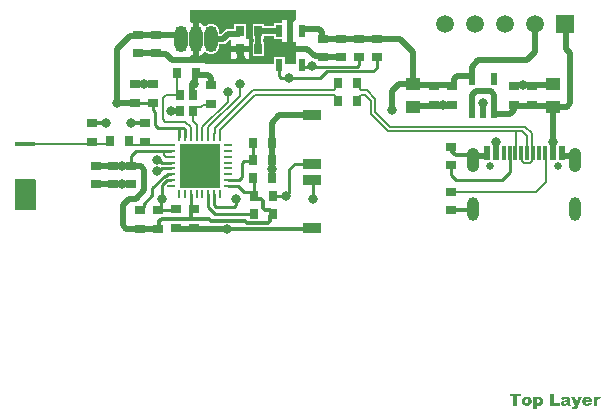
<source format=gtl>
G04*
G04 #@! TF.GenerationSoftware,Altium Limited,Altium Designer,24.3.1 (35)*
G04*
G04 Layer_Physical_Order=1*
G04 Layer_Color=255*
%FSLAX44Y44*%
%MOMM*%
G71*
G04*
G04 #@! TF.SameCoordinates,098D5FB4-7C3B-420D-97F8-BA0D52642CD7*
G04*
G04*
G04 #@! TF.FilePolarity,Positive*
G04*
G01*
G75*
%ADD10C,0.2500*%
%ADD11C,0.2000*%
%ADD12C,0.3000*%
%ADD19R,0.3000X1.1500*%
%ADD20R,0.6000X1.1500*%
%ADD21R,0.9000X0.7000*%
%ADD22R,0.7000X0.9000*%
%ADD23R,0.6000X1.1000*%
%ADD24R,1.3000X1.0000*%
%ADD25R,0.6000X1.1000*%
%ADD26O,0.7500X0.2500*%
%ADD27O,0.2500X0.7500*%
%ADD28R,3.5000X3.8000*%
%ADD29R,1.6000X0.9000*%
%ADD30R,0.7500X0.8500*%
%ADD31R,1.8000X0.4000*%
%ADD32O,1.0500X2.1000*%
%ADD33O,1.0000X2.0000*%
%ADD55C,0.5000*%
%ADD56C,0.1908*%
%ADD57C,0.6500*%
%ADD58R,1.5000X1.5000*%
%ADD59C,1.5000*%
%ADD60O,1.1080X2.2600*%
%ADD61C,0.8000*%
%ADD62C,0.7000*%
G36*
X29494Y50500D02*
X11529D01*
Y25500D01*
X29494D01*
Y50500D01*
D02*
G37*
G36*
X250000Y186250D02*
X247500D01*
Y176750D01*
Y167250D01*
X250000D01*
Y155274D01*
X249976D01*
Y149000D01*
X240024D01*
Y155274D01*
X230976D01*
Y149000D01*
X172400D01*
Y149500D01*
X160000D01*
Y156013D01*
X161270Y156682D01*
X162600Y156131D01*
Y170099D01*
Y184067D01*
X161270Y183516D01*
X160000Y184185D01*
Y195000D01*
X250000D01*
Y186250D01*
D02*
G37*
G36*
X455824Y-132683D02*
X455935D01*
X456046Y-132696D01*
X456198Y-132724D01*
X456351Y-132766D01*
X456517Y-132807D01*
X456697Y-132877D01*
X456892Y-132946D01*
X457072Y-133043D01*
X457266Y-133154D01*
X457446Y-133279D01*
X457627Y-133431D01*
X457807Y-133612D01*
X457959Y-133806D01*
X457973Y-133820D01*
X458001Y-133861D01*
X458029Y-133917D01*
X458084Y-134000D01*
X458154Y-134111D01*
X458223Y-134250D01*
X458292Y-134402D01*
X458376Y-134569D01*
X458445Y-134763D01*
X458514Y-134971D01*
X458583Y-135207D01*
X458653Y-135456D01*
X458708Y-135706D01*
X458736Y-135983D01*
X458764Y-136274D01*
X458778Y-136580D01*
Y-136593D01*
Y-136663D01*
Y-136760D01*
X458764Y-136885D01*
X458750Y-137037D01*
X458736Y-137204D01*
X458708Y-137412D01*
X458667Y-137620D01*
X458556Y-138063D01*
X458486Y-138299D01*
X458403Y-138535D01*
X458306Y-138757D01*
X458181Y-138979D01*
X458043Y-139187D01*
X457890Y-139381D01*
X457876Y-139395D01*
X457849Y-139423D01*
X457807Y-139464D01*
X457738Y-139534D01*
X457640Y-139603D01*
X457543Y-139686D01*
X457419Y-139769D01*
X457280Y-139853D01*
X457127Y-139950D01*
X456961Y-140033D01*
X456781Y-140116D01*
X456586Y-140185D01*
X456378Y-140255D01*
X456157Y-140296D01*
X455921Y-140324D01*
X455671Y-140338D01*
X455560D01*
X455435Y-140324D01*
X455283Y-140310D01*
X455089Y-140282D01*
X454894Y-140241D01*
X454687Y-140185D01*
X454478Y-140116D01*
X454451Y-140102D01*
X454395Y-140074D01*
X454284Y-140019D01*
X454160Y-139950D01*
X454021Y-139853D01*
X453854Y-139742D01*
X453702Y-139617D01*
X453535Y-139464D01*
Y-142959D01*
X450692D01*
Y-132835D01*
X453327D01*
Y-133917D01*
X453355Y-133903D01*
X453424Y-133820D01*
X453521Y-133695D01*
X453660Y-133556D01*
X453813Y-133404D01*
X453979Y-133251D01*
X454146Y-133112D01*
X454326Y-133001D01*
X454340D01*
X454354Y-132988D01*
X454437Y-132946D01*
X454562Y-132891D01*
X454728Y-132835D01*
X454922Y-132780D01*
X455158Y-132724D01*
X455408Y-132683D01*
X455685Y-132669D01*
X455754D01*
X455824Y-132683D01*
D02*
G37*
G36*
X506513D02*
X506679Y-132710D01*
X506887Y-132766D01*
X507123Y-132835D01*
X507373Y-132932D01*
X507650Y-133057D01*
X506776Y-135068D01*
X506749Y-135054D01*
X506693Y-135040D01*
X506610Y-134999D01*
X506485Y-134957D01*
X506235Y-134888D01*
X506110Y-134874D01*
X505986Y-134860D01*
X505889D01*
X505792Y-134888D01*
X505667Y-134915D01*
X505528Y-134971D01*
X505389Y-135054D01*
X505251Y-135165D01*
X505126Y-135317D01*
Y-135331D01*
X505112Y-135345D01*
X505084Y-135387D01*
X505056Y-135442D01*
X505029Y-135526D01*
X504987Y-135609D01*
X504946Y-135734D01*
X504918Y-135858D01*
X504876Y-136011D01*
X504835Y-136191D01*
X504793Y-136385D01*
X504765Y-136607D01*
X504738Y-136843D01*
X504710Y-137107D01*
X504696Y-137398D01*
Y-137717D01*
Y-140171D01*
X501867D01*
Y-132835D01*
X504502D01*
Y-134028D01*
X504516Y-134014D01*
X504543Y-133972D01*
X504571Y-133917D01*
X504641Y-133778D01*
X504738Y-133612D01*
X504862Y-133445D01*
X504987Y-133265D01*
X505126Y-133099D01*
X505278Y-132974D01*
X505292Y-132960D01*
X505348Y-132932D01*
X505431Y-132877D01*
X505556Y-132821D01*
X505695Y-132766D01*
X505875Y-132710D01*
X506069Y-132683D01*
X506277Y-132669D01*
X506388D01*
X506513Y-132683D01*
D02*
G37*
G36*
X488678Y-140671D02*
Y-140685D01*
X488650Y-140726D01*
X488623Y-140796D01*
X488595Y-140879D01*
X488553Y-140990D01*
X488498Y-141115D01*
X488359Y-141392D01*
X488206Y-141697D01*
X488040Y-141988D01*
X487860Y-142266D01*
X487763Y-142377D01*
X487665Y-142474D01*
X487652Y-142487D01*
X487638Y-142501D01*
X487582Y-142529D01*
X487527Y-142571D01*
X487444Y-142626D01*
X487360Y-142682D01*
X487236Y-142737D01*
X487111Y-142807D01*
X486958Y-142862D01*
X486792Y-142931D01*
X486612Y-142987D01*
X486417Y-143028D01*
X486195Y-143084D01*
X485960Y-143112D01*
X485710Y-143125D01*
X485433Y-143139D01*
X485252D01*
X485169Y-143125D01*
X485072D01*
X484975Y-143112D01*
X484850D01*
X484698Y-143098D01*
X484545Y-143084D01*
X484379Y-143070D01*
X484198Y-143056D01*
X483990Y-143028D01*
X483782Y-143001D01*
X483547Y-142973D01*
X483339Y-141004D01*
X483353D01*
X483366Y-141017D01*
X483450Y-141031D01*
X483560Y-141059D01*
X483727Y-141101D01*
X483935Y-141142D01*
X484157Y-141170D01*
X484407Y-141184D01*
X484684Y-141198D01*
X484767D01*
X484864Y-141184D01*
X484975Y-141170D01*
X485100Y-141142D01*
X485239Y-141101D01*
X485363Y-141045D01*
X485488Y-140962D01*
X485502Y-140948D01*
X485544Y-140920D01*
X485599Y-140865D01*
X485668Y-140782D01*
X485752Y-140671D01*
X485835Y-140532D01*
X485932Y-140366D01*
X486015Y-140171D01*
X482936Y-132835D01*
X485904D01*
X487416Y-137731D01*
X488830Y-132835D01*
X491604D01*
X488678Y-140671D01*
D02*
G37*
G36*
X478415Y-132683D02*
X478693D01*
X479025Y-132710D01*
X479358Y-132738D01*
X479691Y-132766D01*
X479996Y-132821D01*
X480038D01*
X480066Y-132835D01*
X480121Y-132849D01*
X480274Y-132891D01*
X480454Y-132946D01*
X480648Y-133029D01*
X480870Y-133126D01*
X481078Y-133251D01*
X481286Y-133404D01*
X481300Y-133418D01*
X481342Y-133459D01*
X481411Y-133528D01*
X481494Y-133639D01*
X481577Y-133764D01*
X481674Y-133917D01*
X481772Y-134083D01*
X481855Y-134291D01*
X481869Y-134319D01*
X481882Y-134388D01*
X481924Y-134499D01*
X481966Y-134638D01*
X481993Y-134804D01*
X482035Y-134985D01*
X482049Y-135179D01*
X482063Y-135373D01*
Y-138618D01*
Y-138646D01*
Y-138701D01*
Y-138799D01*
X482077Y-138910D01*
Y-139048D01*
X482090Y-139173D01*
X482104Y-139312D01*
X482118Y-139436D01*
Y-139450D01*
X482132Y-139492D01*
X482146Y-139547D01*
X482188Y-139631D01*
X482215Y-139742D01*
X482271Y-139866D01*
X482340Y-140019D01*
X482409Y-140171D01*
X479774D01*
Y-140158D01*
X479747Y-140130D01*
X479719Y-140074D01*
X479691Y-140019D01*
X479608Y-139866D01*
X479552Y-139742D01*
Y-139728D01*
Y-139714D01*
X479539Y-139672D01*
X479525Y-139631D01*
X479511Y-139561D01*
X479497Y-139478D01*
X479483Y-139381D01*
X479469Y-139270D01*
X479442Y-139298D01*
X479372Y-139353D01*
X479261Y-139450D01*
X479123Y-139561D01*
X478956Y-139700D01*
X478762Y-139825D01*
X478568Y-139936D01*
X478360Y-140033D01*
X478346D01*
X478332Y-140047D01*
X478290Y-140061D01*
X478221Y-140074D01*
X478152Y-140102D01*
X478069Y-140130D01*
X477861Y-140185D01*
X477611Y-140241D01*
X477320Y-140296D01*
X476987Y-140324D01*
X476626Y-140338D01*
X476502D01*
X476404Y-140324D01*
X476307D01*
X476169Y-140310D01*
X475877Y-140269D01*
X475558Y-140185D01*
X475226Y-140088D01*
X474907Y-139936D01*
X474768Y-139853D01*
X474629Y-139742D01*
X474615Y-139728D01*
X474602Y-139714D01*
X474518Y-139631D01*
X474421Y-139506D01*
X474296Y-139326D01*
X474172Y-139104D01*
X474061Y-138854D01*
X473977Y-138563D01*
X473964Y-138410D01*
X473950Y-138244D01*
Y-138230D01*
Y-138202D01*
Y-138161D01*
X473964Y-138105D01*
X473977Y-137952D01*
X474005Y-137758D01*
X474075Y-137536D01*
X474158Y-137301D01*
X474269Y-137079D01*
X474435Y-136871D01*
X474463Y-136843D01*
X474532Y-136788D01*
X474588Y-136732D01*
X474657Y-136691D01*
X474754Y-136635D01*
X474851Y-136566D01*
X474962Y-136496D01*
X475101Y-136441D01*
X475253Y-136371D01*
X475406Y-136302D01*
X475600Y-136233D01*
X475794Y-136177D01*
X476016Y-136122D01*
X476252Y-136066D01*
X476266D01*
X476321Y-136053D01*
X476404Y-136039D01*
X476515Y-136011D01*
X476640Y-135983D01*
X476779Y-135955D01*
X477112Y-135886D01*
X477458Y-135817D01*
X477791Y-135747D01*
X477958Y-135706D01*
X478096Y-135678D01*
X478221Y-135650D01*
X478318Y-135623D01*
X478346D01*
X478401Y-135595D01*
X478498Y-135567D01*
X478623Y-135526D01*
X478776Y-135470D01*
X478942Y-135415D01*
X479123Y-135345D01*
X479317Y-135276D01*
Y-135248D01*
Y-135193D01*
X479303Y-135096D01*
X479289Y-134999D01*
X479261Y-134874D01*
X479220Y-134749D01*
X479164Y-134652D01*
X479095Y-134555D01*
X479081Y-134541D01*
X479053Y-134527D01*
X478998Y-134485D01*
X478915Y-134444D01*
X478817Y-134416D01*
X478679Y-134375D01*
X478526Y-134361D01*
X478332Y-134347D01*
X478221D01*
X478096Y-134361D01*
X477944Y-134375D01*
X477777Y-134402D01*
X477597Y-134444D01*
X477431Y-134499D01*
X477292Y-134569D01*
X477278Y-134583D01*
X477250Y-134610D01*
X477195Y-134652D01*
X477139Y-134721D01*
X477070Y-134804D01*
X477001Y-134915D01*
X476931Y-135054D01*
X476862Y-135220D01*
X474172Y-134929D01*
Y-134915D01*
X474185Y-134902D01*
X474199Y-134818D01*
X474227Y-134693D01*
X474282Y-134527D01*
X474338Y-134361D01*
X474407Y-134180D01*
X474504Y-134000D01*
X474602Y-133834D01*
X474615Y-133820D01*
X474657Y-133764D01*
X474726Y-133681D01*
X474809Y-133584D01*
X474934Y-133473D01*
X475073Y-133362D01*
X475239Y-133237D01*
X475434Y-133126D01*
X475448Y-133112D01*
X475503Y-133085D01*
X475586Y-133043D01*
X475711Y-133001D01*
X475863Y-132946D01*
X476044Y-132891D01*
X476266Y-132835D01*
X476502Y-132794D01*
X476529D01*
X476571Y-132780D01*
X476626D01*
X476765Y-132752D01*
X476945Y-132724D01*
X477153Y-132710D01*
X477403Y-132683D01*
X477680Y-132669D01*
X478290D01*
X478415Y-132683D01*
D02*
G37*
G36*
X468180Y-137675D02*
X473062D01*
Y-140171D01*
X465046D01*
Y-130034D01*
X468180D01*
Y-137675D01*
D02*
G37*
G36*
X440014Y-132530D02*
X436824D01*
Y-140171D01*
X433690D01*
Y-132530D01*
X430500D01*
Y-130034D01*
X440014D01*
Y-132530D01*
D02*
G37*
G36*
X496458Y-132683D02*
X496583D01*
X496735Y-132696D01*
X496916Y-132710D01*
X497096Y-132724D01*
X497484Y-132794D01*
X497900Y-132877D01*
X498303Y-132988D01*
X498497Y-133071D01*
X498677Y-133154D01*
X498691D01*
X498719Y-133182D01*
X498760Y-133209D01*
X498830Y-133237D01*
X498996Y-133348D01*
X499190Y-133501D01*
X499412Y-133695D01*
X499648Y-133931D01*
X499870Y-134222D01*
X500064Y-134541D01*
Y-134555D01*
X500092Y-134583D01*
X500106Y-134638D01*
X500147Y-134707D01*
X500175Y-134790D01*
X500216Y-134902D01*
X500258Y-135026D01*
X500313Y-135179D01*
X500355Y-135331D01*
X500397Y-135512D01*
X500438Y-135706D01*
X500480Y-135914D01*
X500508Y-136136D01*
X500535Y-136385D01*
X500549Y-136635D01*
Y-136898D01*
Y-137204D01*
X494905D01*
Y-137218D01*
Y-137231D01*
X494919Y-137315D01*
X494947Y-137439D01*
X494974Y-137578D01*
X495030Y-137745D01*
X495085Y-137911D01*
X495168Y-138077D01*
X495265Y-138216D01*
X495279Y-138230D01*
X495335Y-138285D01*
X495432Y-138369D01*
X495557Y-138452D01*
X495709Y-138535D01*
X495890Y-138618D01*
X496097Y-138674D01*
X496333Y-138688D01*
X496403D01*
X496486Y-138674D01*
X496583Y-138660D01*
X496708Y-138646D01*
X496846Y-138604D01*
X496985Y-138563D01*
X497124Y-138493D01*
X497138Y-138479D01*
X497165Y-138466D01*
X497207Y-138438D01*
X497276Y-138383D01*
X497346Y-138313D01*
X497429Y-138230D01*
X497526Y-138133D01*
X497623Y-138022D01*
X500397Y-138272D01*
X500383Y-138285D01*
X500369Y-138313D01*
X500327Y-138383D01*
X500286Y-138452D01*
X500216Y-138549D01*
X500147Y-138646D01*
X499967Y-138882D01*
X499745Y-139145D01*
X499481Y-139409D01*
X499176Y-139658D01*
X499024Y-139769D01*
X498857Y-139866D01*
X498843D01*
X498816Y-139880D01*
X498760Y-139908D01*
X498691Y-139936D01*
X498594Y-139977D01*
X498483Y-140019D01*
X498344Y-140061D01*
X498192Y-140102D01*
X498025Y-140144D01*
X497831Y-140185D01*
X497623Y-140227D01*
X497387Y-140269D01*
X497138Y-140296D01*
X496874Y-140324D01*
X496583Y-140338D01*
X496042D01*
X495917Y-140324D01*
X495779Y-140310D01*
X495612D01*
X495446Y-140282D01*
X495071Y-140241D01*
X494697Y-140171D01*
X494322Y-140074D01*
X494142Y-140005D01*
X493976Y-139936D01*
X493962D01*
X493934Y-139922D01*
X493893Y-139894D01*
X493837Y-139853D01*
X493684Y-139755D01*
X493490Y-139617D01*
X493268Y-139436D01*
X493046Y-139215D01*
X492811Y-138937D01*
X492589Y-138632D01*
Y-138618D01*
X492561Y-138590D01*
X492533Y-138535D01*
X492506Y-138466D01*
X492464Y-138383D01*
X492422Y-138285D01*
X492367Y-138161D01*
X492325Y-138036D01*
X492270Y-137883D01*
X492214Y-137717D01*
X492131Y-137356D01*
X492076Y-136954D01*
X492048Y-136524D01*
Y-136510D01*
Y-136441D01*
X492062Y-136358D01*
Y-136233D01*
X492076Y-136094D01*
X492103Y-135928D01*
X492145Y-135734D01*
X492187Y-135526D01*
X492242Y-135317D01*
X492312Y-135082D01*
X492408Y-134860D01*
X492506Y-134624D01*
X492630Y-134388D01*
X492783Y-134166D01*
X492949Y-133945D01*
X493144Y-133736D01*
X493157Y-133723D01*
X493199Y-133695D01*
X493255Y-133639D01*
X493352Y-133570D01*
X493462Y-133487D01*
X493587Y-133404D01*
X493754Y-133307D01*
X493934Y-133196D01*
X494142Y-133099D01*
X494364Y-133001D01*
X494627Y-132918D01*
X494891Y-132835D01*
X495182Y-132766D01*
X495501Y-132710D01*
X495834Y-132683D01*
X496195Y-132669D01*
X496347D01*
X496458Y-132683D01*
D02*
G37*
G36*
X445298D02*
X445450D01*
X445630Y-132710D01*
X445852Y-132738D01*
X446074Y-132780D01*
X446338Y-132835D01*
X446601Y-132904D01*
X446865Y-132988D01*
X447142Y-133085D01*
X447420Y-133209D01*
X447697Y-133362D01*
X447946Y-133528D01*
X448196Y-133736D01*
X448418Y-133958D01*
X448432Y-133972D01*
X448460Y-134000D01*
X448501Y-134069D01*
X448557Y-134139D01*
X448626Y-134236D01*
X448709Y-134361D01*
X448792Y-134499D01*
X448876Y-134652D01*
X448959Y-134832D01*
X449042Y-135026D01*
X449125Y-135234D01*
X449195Y-135456D01*
X449250Y-135692D01*
X449292Y-135942D01*
X449319Y-136205D01*
X449333Y-136482D01*
Y-136496D01*
Y-136552D01*
X449319Y-136649D01*
Y-136760D01*
X449306Y-136912D01*
X449278Y-137079D01*
X449236Y-137273D01*
X449195Y-137467D01*
X449125Y-137689D01*
X449056Y-137911D01*
X448959Y-138147D01*
X448848Y-138383D01*
X448723Y-138604D01*
X448571Y-138840D01*
X448390Y-139062D01*
X448196Y-139270D01*
X448182Y-139284D01*
X448141Y-139312D01*
X448085Y-139367D01*
X447988Y-139436D01*
X447877Y-139520D01*
X447738Y-139603D01*
X447572Y-139700D01*
X447392Y-139797D01*
X447184Y-139908D01*
X446948Y-140005D01*
X446684Y-140088D01*
X446407Y-140171D01*
X446116Y-140241D01*
X445797Y-140296D01*
X445450Y-140324D01*
X445090Y-140338D01*
X444923D01*
X444798Y-140324D01*
X444646Y-140310D01*
X444465Y-140296D01*
X444271Y-140269D01*
X444063Y-140227D01*
X443606Y-140116D01*
X443370Y-140047D01*
X443134Y-139963D01*
X442884Y-139866D01*
X442663Y-139742D01*
X442427Y-139603D01*
X442219Y-139450D01*
X442205Y-139436D01*
X442163Y-139395D01*
X442094Y-139339D01*
X442011Y-139242D01*
X441914Y-139131D01*
X441803Y-139007D01*
X441678Y-138840D01*
X441553Y-138674D01*
X441428Y-138466D01*
X441303Y-138244D01*
X441193Y-138008D01*
X441096Y-137745D01*
X441012Y-137467D01*
X440943Y-137176D01*
X440901Y-136857D01*
X440887Y-136524D01*
Y-136510D01*
Y-136455D01*
X440901Y-136358D01*
Y-136247D01*
X440929Y-136108D01*
X440943Y-135942D01*
X440984Y-135747D01*
X441026Y-135553D01*
X441082Y-135331D01*
X441165Y-135110D01*
X441248Y-134888D01*
X441359Y-134652D01*
X441484Y-134416D01*
X441636Y-134194D01*
X441817Y-133972D01*
X442011Y-133764D01*
X442025Y-133750D01*
X442066Y-133723D01*
X442136Y-133667D01*
X442219Y-133598D01*
X442330Y-133515D01*
X442468Y-133418D01*
X442635Y-133321D01*
X442829Y-133209D01*
X443037Y-133112D01*
X443259Y-133015D01*
X443522Y-132918D01*
X443786Y-132835D01*
X444091Y-132766D01*
X444396Y-132710D01*
X444729Y-132683D01*
X445090Y-132669D01*
X445187D01*
X445298Y-132683D01*
D02*
G37*
%LPC*%
G36*
X242500Y186250D02*
X238000D01*
Y183774D01*
X230976D01*
Y180728D01*
X222924D01*
Y182524D01*
X212876D01*
Y170476D01*
X213797D01*
Y167524D01*
X212876D01*
Y155476D01*
X222924D01*
Y167524D01*
X222003D01*
Y170476D01*
X222924D01*
Y172522D01*
X230976D01*
Y169726D01*
X238000D01*
Y167250D01*
X242500D01*
Y176750D01*
Y186250D01*
D02*
G37*
G36*
X167600Y184067D02*
Y170099D01*
Y156131D01*
X169407Y156879D01*
X171191Y158248D01*
X171661Y158861D01*
X173289Y158896D01*
X174237Y158168D01*
X175956Y157457D01*
X177800Y157214D01*
X179644Y157457D01*
X181362Y158168D01*
X182838Y159301D01*
X183970Y160776D01*
X184682Y162495D01*
X184925Y164339D01*
Y165996D01*
X188099D01*
X189669Y166308D01*
X191000Y167198D01*
X193330Y169528D01*
X194600Y169002D01*
Y164000D01*
X209600D01*
Y170000D01*
X208197D01*
X207124Y170476D01*
X207124Y171270D01*
Y182524D01*
X197076D01*
Y178603D01*
X192500D01*
X190930Y178291D01*
X189599Y177401D01*
X186399Y174202D01*
X184925D01*
Y175859D01*
X184682Y177703D01*
X183970Y179421D01*
X182838Y180897D01*
X181362Y182029D01*
X179644Y182741D01*
X177800Y182984D01*
X175956Y182741D01*
X174237Y182029D01*
X173289Y181301D01*
X171661Y181337D01*
X171191Y181950D01*
X169407Y183318D01*
X167600Y184067D01*
D02*
G37*
G36*
X209600Y159000D02*
X204600D01*
Y153000D01*
X209600D01*
Y159000D01*
D02*
G37*
G36*
X199600D02*
X194600D01*
Y153000D01*
X199600D01*
Y159000D01*
D02*
G37*
G36*
X454770Y-134735D02*
X454687D01*
X454576Y-134763D01*
X454451Y-134790D01*
X454312Y-134846D01*
X454160Y-134915D01*
X454007Y-135026D01*
X453868Y-135165D01*
X453854Y-135179D01*
X453813Y-135248D01*
X453757Y-135345D01*
X453688Y-135484D01*
X453619Y-135678D01*
X453563Y-135914D01*
X453521Y-136191D01*
X453508Y-136524D01*
Y-136538D01*
Y-136566D01*
Y-136607D01*
Y-136663D01*
X453521Y-136815D01*
X453549Y-137009D01*
X453591Y-137218D01*
X453660Y-137439D01*
X453743Y-137634D01*
X453868Y-137814D01*
X453882Y-137828D01*
X453938Y-137883D01*
X454021Y-137939D01*
X454132Y-138022D01*
X454257Y-138091D01*
X454423Y-138161D01*
X454603Y-138216D01*
X454797Y-138230D01*
X454881D01*
X454978Y-138202D01*
X455089Y-138174D01*
X455227Y-138133D01*
X455366Y-138063D01*
X455505Y-137966D01*
X455630Y-137828D01*
X455643Y-137814D01*
X455685Y-137745D01*
X455741Y-137647D01*
X455796Y-137509D01*
X455851Y-137315D01*
X455907Y-137079D01*
X455948Y-136802D01*
X455962Y-136469D01*
Y-136455D01*
Y-136427D01*
Y-136385D01*
Y-136316D01*
X455948Y-136164D01*
X455921Y-135969D01*
X455879Y-135761D01*
X455810Y-135539D01*
X455727Y-135345D01*
X455616Y-135165D01*
X455602Y-135151D01*
X455560Y-135096D01*
X455477Y-135026D01*
X455380Y-134943D01*
X455255Y-134874D01*
X455116Y-134804D01*
X454950Y-134749D01*
X454770Y-134735D01*
D02*
G37*
G36*
X479317Y-136691D02*
X479289Y-136704D01*
X479220Y-136718D01*
X479095Y-136760D01*
X478942Y-136815D01*
X478762Y-136871D01*
X478554Y-136940D01*
X478332Y-136996D01*
X478096Y-137065D01*
X478083D01*
X478055Y-137079D01*
X478013Y-137093D01*
X477958Y-137107D01*
X477805Y-137148D01*
X477639Y-137204D01*
X477444Y-137273D01*
X477264Y-137342D01*
X477112Y-137425D01*
X477056Y-137467D01*
X477001Y-137509D01*
X476987Y-137523D01*
X476959Y-137550D01*
X476931Y-137592D01*
X476890Y-137661D01*
X476807Y-137814D01*
X476779Y-137911D01*
X476765Y-138022D01*
Y-138036D01*
Y-138077D01*
X476779Y-138133D01*
X476793Y-138216D01*
X476820Y-138299D01*
X476862Y-138396D01*
X476917Y-138479D01*
X476987Y-138563D01*
X477001Y-138577D01*
X477029Y-138590D01*
X477084Y-138632D01*
X477167Y-138660D01*
X477264Y-138701D01*
X477375Y-138743D01*
X477514Y-138757D01*
X477680Y-138771D01*
X477763D01*
X477847Y-138757D01*
X477971Y-138743D01*
X478096Y-138715D01*
X478249Y-138674D01*
X478401Y-138618D01*
X478554Y-138549D01*
X478568Y-138535D01*
X478623Y-138507D01*
X478693Y-138466D01*
X478790Y-138396D01*
X478873Y-138313D01*
X478970Y-138230D01*
X479067Y-138119D01*
X479137Y-138008D01*
X479150Y-137994D01*
X479164Y-137952D01*
X479192Y-137869D01*
X479234Y-137772D01*
X479261Y-137647D01*
X479289Y-137509D01*
X479303Y-137342D01*
X479317Y-137148D01*
Y-136691D01*
D02*
G37*
G36*
X496306Y-134333D02*
X496278D01*
X496195Y-134347D01*
X496070Y-134361D01*
X495917Y-134402D01*
X495751Y-134458D01*
X495570Y-134555D01*
X495404Y-134693D01*
X495238Y-134874D01*
X495224Y-134888D01*
X495196Y-134929D01*
X495154Y-135012D01*
X495099Y-135123D01*
X495043Y-135262D01*
X494988Y-135428D01*
X494933Y-135623D01*
X494905Y-135858D01*
X497692D01*
Y-135844D01*
Y-135817D01*
X497678Y-135775D01*
Y-135720D01*
X497651Y-135581D01*
X497609Y-135401D01*
X497554Y-135220D01*
X497471Y-135026D01*
X497373Y-134846D01*
X497249Y-134693D01*
X497235Y-134680D01*
X497179Y-134638D01*
X497110Y-134583D01*
X496999Y-134513D01*
X496860Y-134444D01*
X496694Y-134388D01*
X496514Y-134347D01*
X496306Y-134333D01*
D02*
G37*
G36*
X445117Y-134610D02*
X445090D01*
X445020Y-134624D01*
X444909Y-134638D01*
X444757Y-134666D01*
X444604Y-134735D01*
X444438Y-134818D01*
X444258Y-134929D01*
X444105Y-135096D01*
X444091Y-135123D01*
X444049Y-135179D01*
X443980Y-135290D01*
X443911Y-135456D01*
X443828Y-135650D01*
X443772Y-135900D01*
X443717Y-136191D01*
X443703Y-136524D01*
Y-136538D01*
Y-136566D01*
Y-136621D01*
Y-136691D01*
X443717Y-136760D01*
X443731Y-136857D01*
X443758Y-137079D01*
X443800Y-137315D01*
X443869Y-137550D01*
X443966Y-137786D01*
X444091Y-137980D01*
X444105Y-137994D01*
X444160Y-138050D01*
X444258Y-138119D01*
X444368Y-138202D01*
X444521Y-138299D01*
X444687Y-138369D01*
X444882Y-138424D01*
X445103Y-138438D01*
X445131D01*
X445201Y-138424D01*
X445312Y-138410D01*
X445464Y-138383D01*
X445617Y-138327D01*
X445783Y-138244D01*
X445949Y-138133D01*
X446102Y-137980D01*
X446116Y-137952D01*
X446171Y-137897D01*
X446227Y-137786D01*
X446310Y-137620D01*
X446379Y-137412D01*
X446449Y-137162D01*
X446490Y-136857D01*
X446504Y-136496D01*
Y-136482D01*
Y-136455D01*
Y-136399D01*
Y-136344D01*
X446490Y-136177D01*
X446449Y-135969D01*
X446407Y-135734D01*
X446338Y-135498D01*
X446241Y-135276D01*
X446102Y-135082D01*
X446088Y-135068D01*
X446033Y-135012D01*
X445949Y-134929D01*
X445825Y-134846D01*
X445686Y-134763D01*
X445519Y-134680D01*
X445325Y-134624D01*
X445117Y-134610D01*
D02*
G37*
%LPD*%
D10*
X256000Y146750D02*
X301535D01*
X303000Y148215D02*
Y154600D01*
X301535Y146750D02*
X303000Y148215D01*
X318000Y146000D02*
Y154600D01*
X314726Y142726D02*
X318000Y146000D01*
X275726Y142726D02*
X314726D01*
X129000Y110000D02*
Y115600D01*
X128500Y116100D02*
X129000Y115600D01*
Y110000D02*
X130500Y108500D01*
Y97500D02*
Y108500D01*
X175500Y27500D02*
X181000Y22000D01*
X214100D01*
X175500Y27500D02*
Y38500D01*
X198575Y34575D02*
X199000Y35000D01*
X197111Y28000D02*
X198575Y29464D01*
X181964Y28000D02*
X197111D01*
X198575Y29464D02*
Y34575D01*
X180500Y29464D02*
Y38500D01*
Y29464D02*
X181964Y28000D01*
X160500Y28400D02*
Y38500D01*
Y28400D02*
X163000Y25900D01*
X135000Y25650D02*
X147750D01*
X135750Y26400D02*
Y34750D01*
X136000Y35000D01*
X135000Y25650D02*
X135750Y26400D01*
X147750Y25650D02*
X148000Y25900D01*
X128000Y38000D02*
Y44000D01*
X117500Y25400D02*
X118352D01*
X120602Y30602D02*
X128000Y38000D01*
X118352Y25400D02*
X120602Y27650D01*
Y30602D01*
X128000Y44000D02*
X138524Y54524D01*
X140024D01*
X141000Y55500D01*
X143500D01*
X140191Y50500D02*
X143500D01*
X136000Y46309D02*
X140191Y50500D01*
X136000Y35000D02*
Y46309D01*
X114500Y75500D02*
X143500D01*
X244000Y137000D02*
X270000D01*
X237000D02*
X244000D01*
X110000Y71000D02*
X114500Y75500D01*
X110000Y62900D02*
Y71000D01*
X264000Y35000D02*
Y51000D01*
X270000Y137000D02*
X275726Y142726D01*
X235500Y138500D02*
X237000Y137000D01*
X235500Y138500D02*
Y148250D01*
X254500D02*
X256000Y146750D01*
X430500Y57500D02*
Y73550D01*
X424000Y51000D02*
X430500Y57500D01*
X385000Y51000D02*
X424000D01*
X381000Y55000D02*
Y63100D01*
Y55000D02*
X385000Y51000D01*
X151000Y95000D02*
X154036D01*
X133000D02*
X151000D01*
X150500Y87500D02*
Y94500D01*
X151000Y95000D01*
X130500Y97500D02*
X133000Y95000D01*
X155500Y87500D02*
Y93535D01*
X154036Y95000D02*
X155500Y93535D01*
X113500Y116100D02*
X128500D01*
X244000Y40000D02*
Y60000D01*
X229900Y37000D02*
X241000D01*
X244000Y40000D01*
X248500Y64500D02*
X263000D01*
X244000Y60000D02*
X248500Y64500D01*
X213850Y38250D02*
Y52250D01*
X205750Y40250D02*
X211850D01*
X213850Y38250D01*
X200500Y45500D02*
X205750Y40250D01*
X192500Y45500D02*
X200500D01*
X213600Y52500D02*
X213850Y52250D01*
X213600Y67500D02*
Y82500D01*
X213100Y67000D02*
X213600Y67500D01*
X206000Y67000D02*
X213100D01*
X204000Y65000D02*
X206000Y67000D01*
X204000Y53000D02*
Y65000D01*
X201500Y50500D02*
X204000Y53000D01*
X192500Y50500D02*
X201500D01*
X132000Y58000D02*
X133488D01*
X135988Y60500D02*
X143500D01*
X133488Y58000D02*
X135988Y60500D01*
X133488Y68000D02*
X135988Y65500D01*
X143500D01*
X132000Y68000D02*
X133488D01*
D11*
X192000Y116919D02*
Y125000D01*
X461000Y49000D02*
Y73050D01*
X460500Y73550D02*
X461000Y73050D01*
X381000Y40900D02*
X452900D01*
X461000Y49000D01*
X170500Y95419D02*
X192000Y116919D01*
X170500Y87500D02*
Y95419D01*
X176900Y114000D02*
X178000Y115100D01*
X171000Y114000D02*
X176900D01*
X162250Y109750D02*
X165000Y112500D01*
X162250Y109250D02*
Y109750D01*
X165000Y112500D02*
X169500D01*
X171000Y114000D01*
X162250Y100750D02*
Y109250D01*
Y100750D02*
X165500Y97500D01*
Y87500D02*
Y97500D01*
X151500Y123000D02*
X151750Y122750D01*
X149100Y125400D02*
X151500Y123000D01*
X149100Y125400D02*
Y141000D01*
X137000Y120000D02*
X140000Y123000D01*
X137000Y102000D02*
Y120000D01*
X140000Y123000D02*
X151500D01*
X137000Y102000D02*
X139000Y100000D01*
X156000D01*
X160500Y95500D01*
Y87500D02*
Y95500D01*
X138000Y72000D02*
Y75000D01*
X143404Y70596D02*
X143500Y70500D01*
X139404Y70596D02*
X143404D01*
X138000Y72000D02*
X139404Y70596D01*
D12*
X110000Y99000D02*
X110050Y98950D01*
X121950D02*
X122000Y98900D01*
X110050Y98950D02*
X121950D01*
X88950D02*
X89000Y99000D01*
X77000Y98900D02*
X77050Y98950D01*
X88950D01*
X227900Y20000D02*
X229900Y22000D01*
X227900Y15757D02*
Y20000D01*
X226143Y14000D02*
X227900Y15757D01*
X208495Y14000D02*
X226143D01*
X222000Y26757D02*
Y33021D01*
Y26757D02*
X223757Y25000D01*
X227900D02*
X229900Y23000D01*
X214100Y36779D02*
Y37000D01*
X229900Y22000D02*
Y23000D01*
X214100Y36779D02*
X216100Y34779D01*
X220243D02*
X222000Y33021D01*
X216100Y34779D02*
X220243D01*
X223757Y25000D02*
X227900D01*
X206471Y16024D02*
X208495Y14000D01*
X185967Y16024D02*
X206471D01*
X185943Y16000D02*
X185967Y16024D01*
X178000Y16000D02*
X185943D01*
X176000Y18000D02*
X178000Y16000D01*
X160779Y23900D02*
X162779Y25900D01*
X163000D01*
X160779Y19757D02*
Y23900D01*
X136000Y18000D02*
X176000D01*
X134000Y16000D02*
X136000Y18000D01*
X134000Y11100D02*
Y16000D01*
X132500Y9600D02*
X134000Y11100D01*
X189000Y9000D02*
X262000D01*
X381000Y25100D02*
X398900D01*
X399800Y26000D01*
X398774Y71550D02*
X400168Y72944D01*
X385207Y71550D02*
X398774D01*
X382000Y74757D02*
Y77900D01*
Y74757D02*
X385207Y71550D01*
X381000Y78900D02*
X382000Y77900D01*
X262000Y9000D02*
X263000Y10000D01*
D19*
X425500Y73550D02*
D03*
X430500D02*
D03*
X435500D02*
D03*
X460500D02*
D03*
X455500D02*
D03*
X450500D02*
D03*
X440500D02*
D03*
X445500D02*
D03*
D20*
X467000D02*
D03*
X419000D02*
D03*
X475000D02*
D03*
X411000D02*
D03*
D21*
X288000Y154600D02*
D03*
Y170400D02*
D03*
X116000Y158100D02*
D03*
Y173900D02*
D03*
X77000Y98900D02*
D03*
Y83100D02*
D03*
X122000Y98900D02*
D03*
Y83100D02*
D03*
X148000Y10100D02*
D03*
Y25900D02*
D03*
X132500Y25400D02*
D03*
Y9600D02*
D03*
X117500Y25400D02*
D03*
Y9600D02*
D03*
X163000Y25900D02*
D03*
Y10100D02*
D03*
X366500Y114600D02*
D03*
Y130400D02*
D03*
X381500Y114600D02*
D03*
Y130400D02*
D03*
X449500Y130400D02*
D03*
Y114600D02*
D03*
X434500Y130400D02*
D03*
Y114600D02*
D03*
X110000Y47100D02*
D03*
Y62900D02*
D03*
X80000Y47100D02*
D03*
Y62900D02*
D03*
X95000Y47100D02*
D03*
Y62900D02*
D03*
X318000Y170400D02*
D03*
Y154600D02*
D03*
X303000Y170400D02*
D03*
Y154600D02*
D03*
X272500Y154600D02*
D03*
Y170400D02*
D03*
X131000Y173900D02*
D03*
Y158100D02*
D03*
X178000Y115100D02*
D03*
Y130900D02*
D03*
X113500Y131900D02*
D03*
Y116100D02*
D03*
X128500D02*
D03*
Y131900D02*
D03*
X381000Y40900D02*
D03*
Y25100D02*
D03*
Y63100D02*
D03*
Y78900D02*
D03*
D22*
X92100Y84100D02*
D03*
X107900D02*
D03*
X229900Y22000D02*
D03*
X214100D02*
D03*
X202100Y176500D02*
D03*
X217900D02*
D03*
X202100Y161500D02*
D03*
X217900D02*
D03*
X285600Y132500D02*
D03*
X301400D02*
D03*
Y117500D02*
D03*
X285600D02*
D03*
X229400Y52500D02*
D03*
X213600D02*
D03*
X214100Y37000D02*
D03*
X229900D02*
D03*
X213600Y82500D02*
D03*
X229400D02*
D03*
X213600Y67500D02*
D03*
X229400D02*
D03*
X164900Y141000D02*
D03*
X149100D02*
D03*
D23*
X254500Y176750D02*
D03*
X245000D02*
D03*
X235500D02*
D03*
Y148250D02*
D03*
X254500D02*
D03*
D24*
X349000Y112300D02*
D03*
Y131700D02*
D03*
X467000Y112800D02*
D03*
Y132200D02*
D03*
D25*
X417602Y136500D02*
D03*
Y108500D02*
D03*
X408102D02*
D03*
X398602Y136500D02*
D03*
Y108500D02*
D03*
D26*
X143500Y80500D02*
D03*
Y75500D02*
D03*
Y70500D02*
D03*
Y65500D02*
D03*
Y60500D02*
D03*
Y55500D02*
D03*
Y50500D02*
D03*
Y45500D02*
D03*
X192500D02*
D03*
Y50500D02*
D03*
Y55500D02*
D03*
Y60500D02*
D03*
Y65500D02*
D03*
Y70500D02*
D03*
Y75500D02*
D03*
Y80500D02*
D03*
D27*
X150500Y38500D02*
D03*
X155500D02*
D03*
X160500D02*
D03*
X165500D02*
D03*
X170500D02*
D03*
X175500D02*
D03*
X180500D02*
D03*
X185500D02*
D03*
Y87500D02*
D03*
X180500D02*
D03*
X175500D02*
D03*
X170500D02*
D03*
X165500D02*
D03*
X160500D02*
D03*
X155500D02*
D03*
X150500D02*
D03*
D28*
X168000Y63000D02*
D03*
D29*
X263000Y10000D02*
D03*
Y51000D02*
D03*
Y64500D02*
D03*
Y105500D02*
D03*
D30*
X151750Y109250D02*
D03*
X162250D02*
D03*
X151750Y122750D02*
D03*
X162250D02*
D03*
D31*
X20500Y50000D02*
D03*
Y81000D02*
D03*
D32*
X486200Y67800D02*
D03*
X399800D02*
D03*
D33*
X486200Y26000D02*
D03*
X399800D02*
D03*
D55*
X272500Y154600D02*
X288000D01*
X116000Y158100D02*
X131000D01*
X115000Y172900D02*
X116000Y173900D01*
X98000Y162000D02*
X108900Y172900D01*
X98000Y116000D02*
Y162000D01*
X108900Y172900D02*
X115000D01*
X98000Y116000D02*
X98050Y116050D01*
X113450D02*
X113500Y116100D01*
X98050Y116050D02*
X113450D01*
X113500Y131900D02*
X128500D01*
X349650Y131050D02*
X380850D01*
X272500Y170400D02*
X337600D01*
X331000Y110000D02*
Y126000D01*
X117500Y9600D02*
X132500D01*
X105929D02*
X117500D01*
X103000Y12529D02*
Y30000D01*
Y12529D02*
X105929Y9600D01*
X103000Y30000D02*
X108000Y35000D01*
X114000D01*
X120992Y41992D01*
Y59427D01*
X148000Y9300D02*
X190700D01*
X191000Y9000D01*
X229400Y99400D02*
X235500Y105500D01*
X263000D01*
X229400Y82500D02*
Y99400D01*
X331000Y126000D02*
X336700Y131700D01*
X349000D01*
X165000Y156000D02*
Y169999D01*
X165100Y170099D01*
X161000Y152000D02*
X165000Y156000D01*
X245000Y162000D02*
X259000D01*
X202771Y152600D02*
X203100Y152929D01*
Y160500D01*
X202100Y161500D02*
X203100Y160500D01*
X102500Y62900D02*
X110000D01*
X95000D02*
X102500D01*
X110000D02*
X110544Y62356D01*
X118063D02*
X120992Y59427D01*
X110544Y62356D02*
X118063D01*
X80000Y62900D02*
X95000D01*
X165100Y170099D02*
X166263Y171262D01*
X244500Y177250D02*
X245000Y176750D01*
X145000Y152000D02*
X161000D01*
X139900Y157100D02*
X145000Y152000D01*
X113900Y173900D02*
X131000D01*
X254500Y176750D02*
Y178500D01*
X131000Y158100D02*
X132000Y157100D01*
X139900D01*
X131000Y173900D02*
X149591D01*
X217900Y161500D02*
Y176500D01*
X218025Y176625D02*
X235375D01*
X217900Y176500D02*
X218025Y176625D01*
X235375D02*
X235500Y176750D01*
X188099Y170099D02*
X192500Y174500D01*
X202100Y175500D02*
Y176500D01*
X201100Y174500D02*
X202100Y175500D01*
X192500Y174500D02*
X201100D01*
X177800Y170099D02*
X188099D01*
X265400Y155600D02*
X271500D01*
X272500Y154600D01*
X259000Y162000D02*
X265400Y155600D01*
X245000Y162000D02*
Y176750D01*
X254500Y178500D02*
X255000Y179000D01*
X269071D01*
X272000Y170900D02*
Y176071D01*
X269071Y179000D02*
X272000Y176071D01*
Y170900D02*
X272500Y170400D01*
X337600D02*
X349000Y159000D01*
Y131700D02*
Y159000D01*
X398602Y138500D02*
Y146602D01*
X383500Y136071D02*
X386429Y139000D01*
X383500Y131400D02*
Y136071D01*
X398602Y136500D02*
Y138500D01*
X398102Y139000D02*
X398602Y138500D01*
X386429Y139000D02*
X398102D01*
X381500Y130400D02*
X382500D01*
X383500Y131400D01*
X349000Y131700D02*
X349650Y131050D01*
X380850D02*
X381500Y130400D01*
X452400Y159400D02*
Y183000D01*
X445000Y152000D02*
X452400Y159400D01*
X404000Y152000D02*
X445000D01*
X398602Y146602D02*
X404000Y152000D01*
X435400Y113700D02*
X466100D01*
X477800Y183000D02*
X478000Y182800D01*
Y162000D02*
Y182800D01*
Y162000D02*
X482000Y158000D01*
Y116000D02*
Y158000D01*
X467000Y112800D02*
X478800D01*
X482000Y116000D01*
X350300Y113600D02*
X380500D01*
X349000Y112300D02*
X350300Y113600D01*
X380500D02*
X381500Y114600D01*
X398602Y108500D02*
Y122602D01*
X402000Y126000D01*
X414673D01*
X417602Y108500D02*
Y123071D01*
X414673Y126000D02*
X417602Y123071D01*
X408000Y108602D02*
Y116000D01*
Y108602D02*
X408102Y108500D01*
X435400Y131300D02*
X466100D01*
X434500Y130400D02*
X435400Y131300D01*
X466100D02*
X467000Y132200D01*
X417602Y107500D02*
Y108500D01*
X431071Y107000D02*
X434000Y109929D01*
Y114100D01*
X417602Y107500D02*
X418102Y107000D01*
X431071D01*
X434000Y114100D02*
X434500Y114600D01*
X466100Y113700D02*
X467000Y112800D01*
X434500Y114600D02*
X435400Y113700D01*
X467000Y83000D02*
Y112800D01*
X467000Y112800D02*
X467000Y112800D01*
Y83000D02*
X467000Y83000D01*
X475000Y71175D02*
X475500Y70675D01*
X483659D02*
X486200Y68134D01*
X475000Y71175D02*
Y73550D01*
X475500Y70675D02*
X483659D01*
X486200Y67800D02*
Y68134D01*
X399800D02*
X402341Y70675D01*
X411000Y71175D02*
Y73550D01*
X410500Y70675D02*
X411000Y71175D01*
X402341Y70675D02*
X410500D01*
X399800Y67800D02*
Y68134D01*
X163900Y140000D02*
X175071D01*
X178000Y137071D01*
Y130900D02*
Y137071D01*
X163900Y140000D02*
X163900Y140000D01*
X162250Y122750D02*
X163400Y123900D01*
X162000Y123000D02*
X162250Y122750D01*
X162000Y123000D02*
Y131000D01*
X163900Y132900D02*
Y140000D01*
X162000Y131000D02*
X163900Y132900D01*
X151625Y109125D02*
X151750Y109250D01*
X144000Y109000D02*
X144125Y109125D01*
X151625D01*
X229400Y67500D02*
Y82500D01*
Y52500D02*
Y67500D01*
X95000Y47100D02*
X110000D01*
X80000D02*
X95000D01*
X467000Y73550D02*
Y83000D01*
X419000Y73550D02*
Y83000D01*
D56*
X20500Y81000D02*
X92000D01*
X106000Y80500D02*
X143500D01*
X143387Y80613D02*
X143500Y80500D01*
X175500Y95500D02*
X202000Y122000D01*
Y132000D01*
X436000Y91992D02*
X441008D01*
X327348D02*
X436000D01*
X435500Y73550D02*
X436000Y74050D01*
Y91992D01*
X444954Y74096D02*
Y88046D01*
X441008Y91992D02*
X444954Y88046D01*
X329008Y96000D02*
X444000D01*
X449508Y73550D02*
Y90492D01*
Y66804D02*
Y73550D01*
X444000Y96000D02*
X449508Y90492D01*
X313000Y106340D02*
X327348Y91992D01*
X444954Y74096D02*
X445500Y73550D01*
X175500Y87500D02*
Y95500D01*
X440500Y73550D02*
X441046Y73004D01*
Y67249D02*
Y73004D01*
X448026Y65322D02*
X449508Y66804D01*
X441046Y67249D02*
X442974Y65322D01*
X448026D01*
X317008Y108000D02*
X329008Y96000D01*
X317008Y108000D02*
Y119656D01*
X308000Y122996D02*
X313000Y117996D01*
X305064Y127004D02*
X309660D01*
X317008Y119656D01*
X313000Y106340D02*
Y117996D01*
X305064Y122996D02*
X308000D01*
X301400Y117500D02*
X303946Y120046D01*
Y121878D01*
X305064Y122996D01*
X301400Y132500D02*
X303946Y129954D01*
Y128122D02*
Y129954D01*
Y128122D02*
X305064Y127004D01*
X185004Y93336D02*
X214664Y122996D01*
X180996Y90656D02*
Y94996D01*
X180500Y90160D02*
X180996Y90656D01*
X180500Y87500D02*
Y90160D01*
X185500Y87500D02*
Y90160D01*
X185004Y90656D02*
Y93336D01*
Y90656D02*
X185500Y90160D01*
X283054Y120046D02*
X285600Y117500D01*
X213004Y127004D02*
X281936D01*
X283054Y129954D02*
X285600Y132500D01*
X214664Y122996D02*
X281936D01*
X283054Y121878D01*
Y128122D02*
Y129954D01*
X281936Y127004D02*
X283054Y128122D01*
Y120046D02*
Y121878D01*
X180996Y94996D02*
X213004Y127004D01*
D57*
X414100Y62800D02*
D03*
X471900D02*
D03*
D58*
X477800Y183000D02*
D03*
D59*
X452400D02*
D03*
X427000D02*
D03*
X401600D02*
D03*
X376200D02*
D03*
D60*
X152400Y170099D02*
D03*
X177800D02*
D03*
X165100D02*
D03*
D61*
X98000Y116000D02*
D03*
X121000Y131900D02*
D03*
X136000Y35000D02*
D03*
X191000Y9000D02*
D03*
X331375Y110000D02*
D03*
X228375Y162000D02*
D03*
X202771Y153000D02*
D03*
X245500Y188000D02*
D03*
X228875D02*
D03*
X179000D02*
D03*
Y153000D02*
D03*
X195625Y188000D02*
D03*
X212250D02*
D03*
X245000Y162000D02*
D03*
X110000Y99000D02*
D03*
X89000D02*
D03*
X102500Y62900D02*
D03*
X244000Y137000D02*
D03*
X192000Y125000D02*
D03*
X202000Y132000D02*
D03*
X263000Y147000D02*
D03*
X374000Y114000D02*
D03*
X408000Y116000D02*
D03*
X442000Y131000D02*
D03*
X162950Y131950D02*
D03*
X144000Y109000D02*
D03*
X241000Y37000D02*
D03*
X229400Y60000D02*
D03*
X199000Y35000D02*
D03*
X102500Y47100D02*
D03*
X264000Y35000D02*
D03*
X467000Y83000D02*
D03*
X419000D02*
D03*
X132000Y58000D02*
D03*
Y68000D02*
D03*
D62*
X157000Y74000D02*
D03*
X168000D02*
D03*
X179000D02*
D03*
X157000Y63000D02*
D03*
X168000D02*
D03*
X179000D02*
D03*
X157000Y52000D02*
D03*
X168000D02*
D03*
X179000D02*
D03*
M02*

</source>
